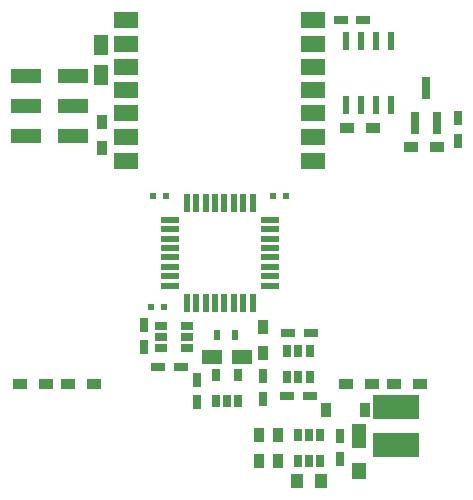
<source format=gtp>
G04 #@! TF.GenerationSoftware,KiCad,Pcbnew,no-vcs-found-4f2ed1b~58~ubuntu16.04.1*
G04 #@! TF.CreationDate,2017-05-08T10:36:46+03:00*
G04 #@! TF.ProjectId,livolo_2_channels_1way_eu_switch,6C69766F6C6F5F325F6368616E6E656C,rev?*
G04 #@! TF.FileFunction,Paste,Top*
G04 #@! TF.FilePolarity,Positive*
%FSLAX46Y46*%
G04 Gerber Fmt 4.6, Leading zero omitted, Abs format (unit mm)*
G04 Created by KiCad (PCBNEW no-vcs-found-4f2ed1b~58~ubuntu16.04.1) date Mon May  8 10:36:46 2017*
%MOMM*%
%LPD*%
G01*
G04 APERTURE LIST*
%ADD10C,0.100000*%
%ADD11R,1.000000X1.250000*%
%ADD12R,4.000000X2.000000*%
%ADD13R,1.200000X2.000000*%
%ADD14R,1.200000X1.400000*%
%ADD15R,0.900000X1.200000*%
%ADD16R,0.650000X1.060000*%
%ADD17R,2.500000X1.270000*%
%ADD18R,1.750000X1.260000*%
%ADD19R,1.200000X0.900000*%
%ADD20R,1.200000X0.750000*%
%ADD21R,0.600000X0.500000*%
%ADD22R,0.750000X1.200000*%
%ADD23R,0.550000X1.600000*%
%ADD24R,1.600000X0.550000*%
%ADD25R,1.060000X0.650000*%
%ADD26R,1.998980X1.399540*%
%ADD27R,0.600000X1.550000*%
%ADD28R,0.800000X1.900000*%
%ADD29R,0.500000X0.900000*%
%ADD30R,1.260000X1.750000*%
G04 APERTURE END LIST*
D10*
D11*
X149000000Y-111600000D03*
X151000000Y-111600000D03*
D12*
X157400000Y-105350000D03*
X157400000Y-108600000D03*
D13*
X154200000Y-107800000D03*
D14*
X154200000Y-110800000D03*
D15*
X145800000Y-107700000D03*
X145800000Y-109900000D03*
D16*
X150000000Y-109900000D03*
X150950000Y-109900000D03*
X149050000Y-109900000D03*
X149050000Y-107700000D03*
X150000000Y-107700000D03*
X150950000Y-107700000D03*
D17*
X126050000Y-82440000D03*
X126050000Y-79900000D03*
X126050000Y-77360000D03*
X130050000Y-77360000D03*
X130050000Y-79900000D03*
X130050000Y-82400000D03*
D18*
X141775000Y-101092000D03*
X144325000Y-101092000D03*
D19*
X160866000Y-83312000D03*
X158666000Y-83312000D03*
D20*
X152675000Y-72600000D03*
X154575000Y-72600000D03*
D21*
X136600000Y-96900000D03*
X137700000Y-96900000D03*
X137900000Y-87500000D03*
X136800000Y-87500000D03*
X146950000Y-87500000D03*
X148050000Y-87500000D03*
D22*
X140500000Y-104950000D03*
X140500000Y-103050000D03*
X146100000Y-104650000D03*
X146100000Y-102750000D03*
X152600000Y-109750000D03*
X152600000Y-107850000D03*
D20*
X150050000Y-104400000D03*
X148150000Y-104400000D03*
D22*
X136000000Y-100300000D03*
X136000000Y-98400000D03*
D20*
X148250000Y-99100000D03*
X150150000Y-99100000D03*
X137250000Y-102000000D03*
X139150000Y-102000000D03*
D15*
X154750000Y-105600000D03*
X151450000Y-105600000D03*
D23*
X145250000Y-96550000D03*
X144450000Y-96550000D03*
X143650000Y-96550000D03*
X142850000Y-96550000D03*
X142050000Y-96550000D03*
X141250000Y-96550000D03*
X140450000Y-96550000D03*
X139650000Y-96550000D03*
D24*
X138200000Y-95100000D03*
X138200000Y-94300000D03*
X138200000Y-93500000D03*
X138200000Y-92700000D03*
X138200000Y-91900000D03*
X138200000Y-91100000D03*
X138200000Y-90300000D03*
X138200000Y-89500000D03*
D23*
X139650000Y-88050000D03*
X140450000Y-88050000D03*
X141250000Y-88050000D03*
X142050000Y-88050000D03*
X142850000Y-88050000D03*
X143650000Y-88050000D03*
X144450000Y-88050000D03*
X145250000Y-88050000D03*
D24*
X146700000Y-89500000D03*
X146700000Y-90300000D03*
X146700000Y-91100000D03*
X146700000Y-91900000D03*
X146700000Y-92700000D03*
X146700000Y-93500000D03*
X146700000Y-94300000D03*
X146700000Y-95100000D03*
D15*
X147400000Y-109900000D03*
X147400000Y-107700000D03*
X146100000Y-100800000D03*
X146100000Y-98600000D03*
X132500000Y-81200000D03*
X132500000Y-83400000D03*
D19*
X155300000Y-103400000D03*
X153100000Y-103400000D03*
X157200000Y-103400000D03*
X159400000Y-103400000D03*
X129600000Y-103400000D03*
X131800000Y-103400000D03*
X127700000Y-103400000D03*
X125500000Y-103400000D03*
D16*
X142100000Y-102650000D03*
X144000000Y-102650000D03*
X144000000Y-104850000D03*
X143050000Y-104850000D03*
X142100000Y-104850000D03*
X149100000Y-100650000D03*
X148150000Y-100650000D03*
X150050000Y-100650000D03*
X150050000Y-102850000D03*
X149100000Y-102850000D03*
X148150000Y-102850000D03*
D25*
X137500000Y-98500000D03*
X137500000Y-99450000D03*
X137500000Y-100400000D03*
X139700000Y-100400000D03*
X139700000Y-98500000D03*
X139700000Y-99450000D03*
D26*
X134499800Y-72598780D03*
X134471860Y-74600300D03*
X134471860Y-76599280D03*
X134471860Y-78550000D03*
X134471860Y-80500720D03*
X134471860Y-82499700D03*
X134471860Y-84501220D03*
X150372260Y-84501220D03*
X150372260Y-82499700D03*
X150372260Y-80500720D03*
X150372260Y-78550000D03*
X150372260Y-76599280D03*
X150372260Y-74600300D03*
X150372260Y-72598780D03*
D22*
X162600000Y-82800000D03*
X162600000Y-80900000D03*
D19*
X153200000Y-81700000D03*
X155400000Y-81700000D03*
D27*
X153120000Y-74400000D03*
X154390000Y-74400000D03*
X155660000Y-74400000D03*
X156930000Y-74400000D03*
X156930000Y-79800000D03*
X155660000Y-79800000D03*
X154390000Y-79800000D03*
X153120000Y-79800000D03*
D28*
X159900000Y-78350000D03*
X160850000Y-81350000D03*
X158950000Y-81350000D03*
D29*
X142200000Y-99300000D03*
X143700000Y-99300000D03*
D30*
X132400000Y-77275000D03*
X132400000Y-74725000D03*
M02*

</source>
